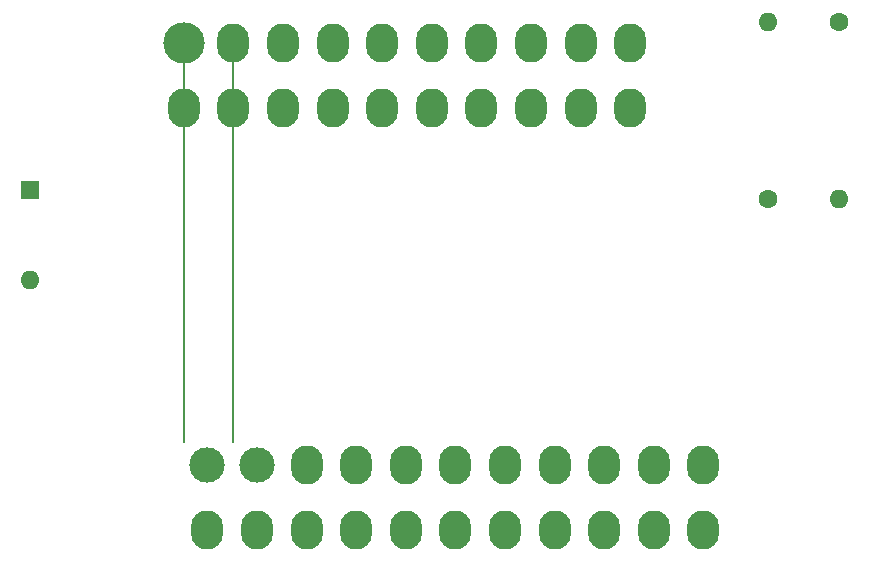
<source format=gbr>
%TF.GenerationSoftware,KiCad,Pcbnew,8.0.1*%
%TF.CreationDate,2024-05-07T20:14:07+02:00*%
%TF.ProjectId,atx,6174782e-6b69-4636-9164-5f7063625858,rev?*%
%TF.SameCoordinates,Original*%
%TF.FileFunction,Copper,L1,Top*%
%TF.FilePolarity,Positive*%
%FSLAX46Y46*%
G04 Gerber Fmt 4.6, Leading zero omitted, Abs format (unit mm)*
G04 Created by KiCad (PCBNEW 8.0.1) date 2024-05-07 20:14:07*
%MOMM*%
%LPD*%
G01*
G04 APERTURE LIST*
%TA.AperFunction,ComponentPad*%
%ADD10R,1.600000X1.600000*%
%TD*%
%TA.AperFunction,ComponentPad*%
%ADD11O,1.600000X1.600000*%
%TD*%
%TA.AperFunction,ComponentPad*%
%ADD12C,3.000000*%
%TD*%
%TA.AperFunction,ComponentPad*%
%ADD13O,2.700000X3.300000*%
%TD*%
%TA.AperFunction,ComponentPad*%
%ADD14C,1.600000*%
%TD*%
%TA.AperFunction,ComponentPad*%
%ADD15C,3.500000*%
%TD*%
%TA.AperFunction,Conductor*%
%ADD16C,0.200000*%
%TD*%
G04 APERTURE END LIST*
D10*
%TO.P,test switch,1*%
%TO.N,N/C*%
X74500000Y-62200000D03*
D11*
%TO.P,test switch,2*%
X74500000Y-69820000D03*
%TD*%
D12*
%TO.P,power mac g4,1*%
%TO.N,N/C*%
X89500000Y-85500000D03*
%TO.P,power mac g4,2*%
X93700000Y-85500000D03*
D13*
%TO.P,power mac g4,3*%
X97900000Y-85500000D03*
%TO.P,power mac g4,4*%
X102100000Y-85500000D03*
%TO.P,power mac g4,5*%
X106300000Y-85500000D03*
%TO.P,power mac g4,6*%
X110500000Y-85500000D03*
%TO.P,power mac g4,7*%
X114700000Y-85500000D03*
%TO.P,power mac g4,8*%
X118900000Y-85500000D03*
%TO.P,power mac g4,9*%
X123100000Y-85500000D03*
%TO.P,power mac g4,10*%
X127300000Y-85500000D03*
%TO.P,power mac g4,11*%
X131500000Y-85500000D03*
%TO.P,power mac g4,12*%
X89500000Y-91000000D03*
%TO.P,power mac g4,13*%
X93700000Y-91000000D03*
%TO.P,power mac g4,14*%
X97900000Y-91000000D03*
%TO.P,power mac g4,15*%
X102100000Y-91000000D03*
%TO.P,power mac g4,16*%
X106300000Y-91000000D03*
%TO.P,power mac g4,17*%
X110500000Y-91000000D03*
%TO.P,power mac g4,18*%
X114700000Y-91000000D03*
%TO.P,power mac g4,19*%
X118900000Y-91000000D03*
%TO.P,power mac g4,20*%
X123100000Y-91000000D03*
%TO.P,power mac g4,21*%
X127300000Y-91000000D03*
%TO.P,power mac g4,22*%
X131500000Y-91000000D03*
%TD*%
D14*
%TO.P,diode 50v 3A,1*%
%TO.N,N/C*%
X137000000Y-63000000D03*
D11*
%TO.P,diode 50v 3A,2*%
X137000000Y-48000000D03*
%TD*%
D14*
%TO.P,diode 50v 3A,1*%
%TO.N,N/C*%
X143000000Y-48000000D03*
D11*
%TO.P,diode 50v 3A,2*%
X143000000Y-63000000D03*
%TD*%
D13*
%TO.P,atx psu,20*%
%TO.N,N/C*%
X125300000Y-55250000D03*
%TO.P,atx psu,19*%
X121100000Y-55250000D03*
%TO.P,atx psu,18*%
X116900000Y-55250000D03*
%TO.P,atx psu,17*%
X112700000Y-55250000D03*
%TO.P,atx psu,16*%
X108500000Y-55250000D03*
%TO.P,atx psu,15*%
X104300000Y-55250000D03*
%TO.P,atx psu,14*%
X100100000Y-55250000D03*
%TO.P,atx psu,13*%
X95900000Y-55250000D03*
%TO.P,atx psu,12*%
X91700000Y-55250000D03*
%TO.P,atx psu,11*%
X87500000Y-55250000D03*
%TO.P,atx psu,10*%
X125300000Y-49750000D03*
%TO.P,atx psu,9*%
X121100000Y-49750000D03*
%TO.P,atx psu,8*%
X116900000Y-49750000D03*
%TO.P,atx psu,7*%
X112700000Y-49750000D03*
%TO.P,atx psu,6*%
X108500000Y-49750000D03*
%TO.P,atx psu,5*%
X104300000Y-49750000D03*
%TO.P,atx psu,4*%
X100100000Y-49750000D03*
%TO.P,atx psu,3*%
X95900000Y-49750000D03*
%TO.P,atx psu,2*%
X91700000Y-49750000D03*
D15*
%TO.P,atx psu,1*%
X87500000Y-49750000D03*
%TD*%
D16*
%TO.N,*%
X87500000Y-49500000D02*
X87500000Y-83500000D01*
X91700000Y-49500000D02*
X91700000Y-83500000D01*
%TD*%
M02*

</source>
